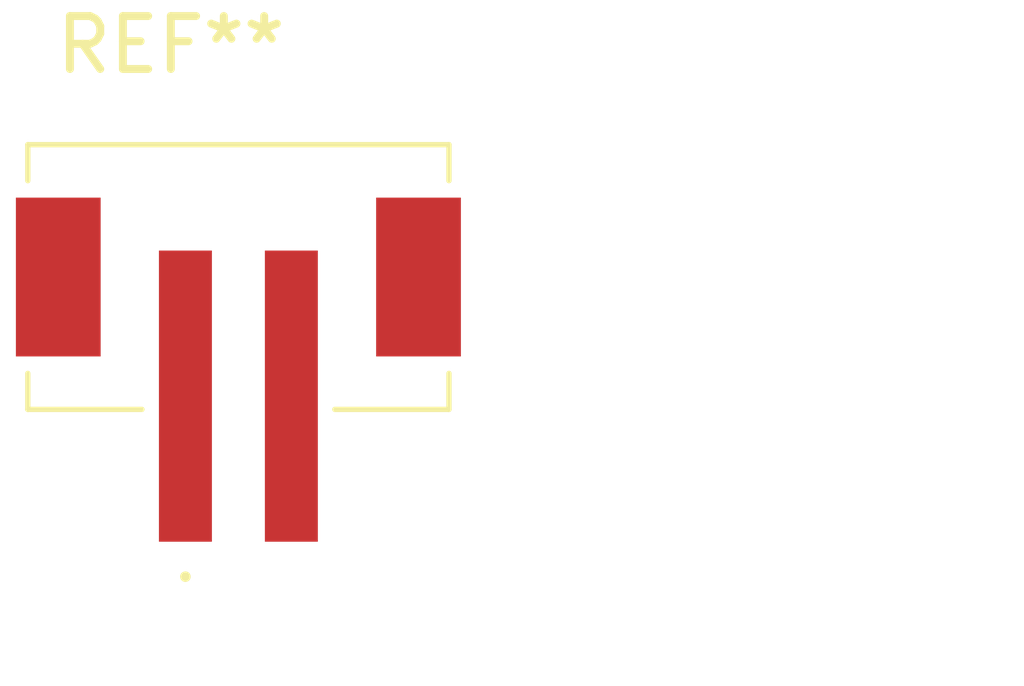
<source format=kicad_pcb>
(kicad_pcb (version 20241229) (generator "atopile") (generator_version "0.12.4")
  (layers (0 "F.Cu" signal) (31 "B.Cu" signal) (34 "B.Paste" user) (35 "F.Paste" user) (36 "B.SilkS" user "B.Silkscreen") (37 "F.SilkS" user "F.Silkscreen") (38 "B.Mask" user) (39 "F.Mask" user) (44 "Edge.Cuts" user))
  (net 0 "")
  (net 1 "connector-net-1")
  (net 2 "pin2")
  (net 3 "pin1")
  (net 4 "connector-net-0")
  (footprint "B2B-PH-SM4-TB:B2B-PH-SM4-TB" (layer "F.Cu") (at 0 0 0)
    (property "Reference" "CN1" (hide yes))
    (property "Value" "" (hide yes))
    (fp_line (start 3.975 -2.5) (end 3.975 -1.82) (layer "F.SilkS"))
    (fp_line (start 3.975 2.5) (end 3.975 1.82) (layer "F.SilkS"))
    (fp_line (start -1.82 2.5) (end -3.975 2.5) (layer "F.SilkS"))
    (fp_line (start 3.975 2.5) (end 1.82 2.5) (layer "F.SilkS"))
    (fp_line (start -3.975 -1.82) (end -3.975 -2.5) (layer "F.SilkS"))
    (fp_line (start -3.975 2.5) (end -3.975 1.82) (layer "F.SilkS"))
    (fp_line (start -3.975 -2.5) (end 3.975 -2.5) (layer "F.SilkS"))
    (fp_circle (center -1 5.66) (end -0.9 5.66) (layer "F.SilkS"))
    (fp_text reference "REF**" (at -1.275 -4.385 0) (layer "F.SilkS"))
    (fp_text value "JST_B2B-PH-SM4-TB")
    (pad "1" smd rect (at -1 2.25 0) (size 1 5.5) (layers "F.Cu" "F.Mask" "F.Paste") (net 3 "pin1"))
    (pad "2" smd rect (at 1 2.25 0) (size 1 5.5) (layers "F.Cu" "F.Mask" "F.Paste") (net 2 "pin2"))
    (pad "S1" smd rect (at -3.4 0 0) (size 1.6 3) (layers "F.Cu" "F.Mask" "F.Paste") (net 4 "connector-net-0"))
    (pad "S2" smd rect (at 3.4 0 0) (size 1.6 3) (layers "F.Cu" "F.Mask" "F.Paste") (net 1 "connector-net-1"))
  )
)
</source>
